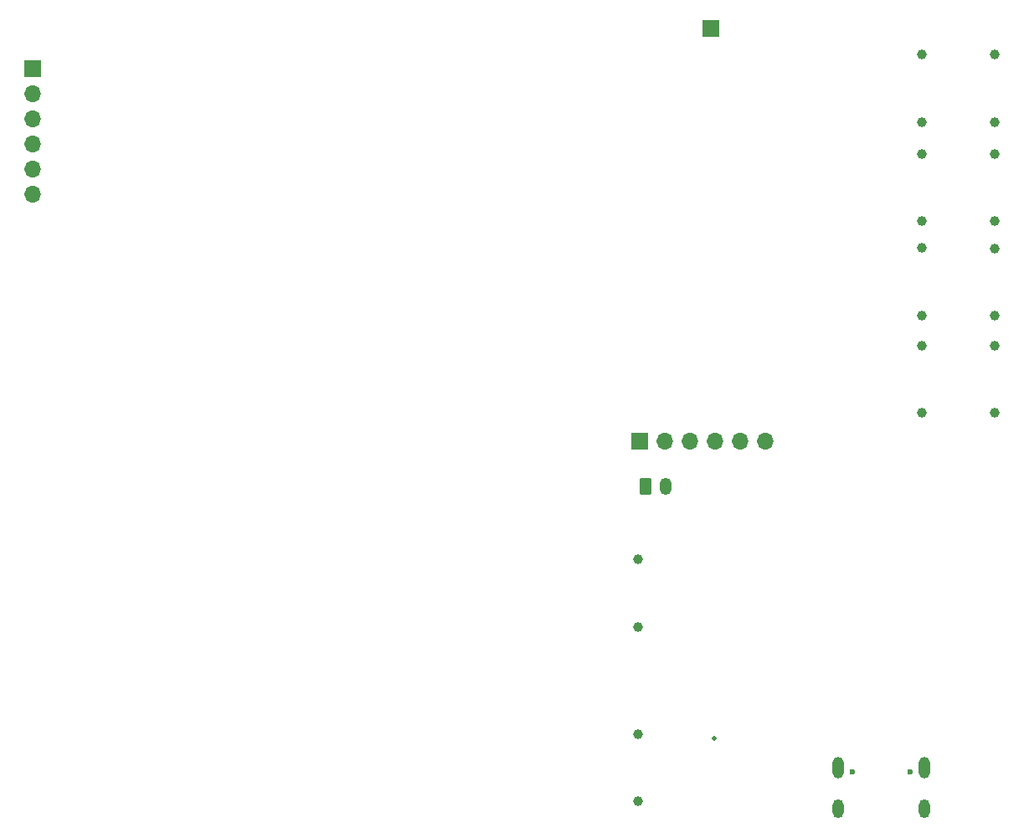
<source format=gbr>
%TF.GenerationSoftware,KiCad,Pcbnew,8.0.5*%
%TF.CreationDate,2025-03-07T14:34:27+01:00*%
%TF.ProjectId,eeg_4-channel_final,6565675f-342d-4636-9861-6e6e656c5f66,rev?*%
%TF.SameCoordinates,Original*%
%TF.FileFunction,Soldermask,Bot*%
%TF.FilePolarity,Negative*%
%FSLAX46Y46*%
G04 Gerber Fmt 4.6, Leading zero omitted, Abs format (unit mm)*
G04 Created by KiCad (PCBNEW 8.0.5) date 2025-03-07 14:34:27*
%MOMM*%
%LPD*%
G01*
G04 APERTURE LIST*
G04 Aperture macros list*
%AMRoundRect*
0 Rectangle with rounded corners*
0 $1 Rounding radius*
0 $2 $3 $4 $5 $6 $7 $8 $9 X,Y pos of 4 corners*
0 Add a 4 corners polygon primitive as box body*
4,1,4,$2,$3,$4,$5,$6,$7,$8,$9,$2,$3,0*
0 Add four circle primitives for the rounded corners*
1,1,$1+$1,$2,$3*
1,1,$1+$1,$4,$5*
1,1,$1+$1,$6,$7*
1,1,$1+$1,$8,$9*
0 Add four rect primitives between the rounded corners*
20,1,$1+$1,$2,$3,$4,$5,0*
20,1,$1+$1,$4,$5,$6,$7,0*
20,1,$1+$1,$6,$7,$8,$9,0*
20,1,$1+$1,$8,$9,$2,$3,0*%
G04 Aperture macros list end*
%ADD10C,1.000000*%
%ADD11R,1.700000X1.700000*%
%ADD12O,1.700000X1.700000*%
%ADD13C,0.499999*%
%ADD14C,0.600000*%
%ADD15O,1.104000X2.204000*%
%ADD16O,1.104000X1.904000*%
%ADD17RoundRect,0.250000X-0.350000X-0.625000X0.350000X-0.625000X0.350000X0.625000X-0.350000X0.625000X0*%
%ADD18O,1.200000X1.750000*%
G04 APERTURE END LIST*
D10*
%TO.C,S10*%
X118200000Y-37400000D03*
X118200000Y-30600000D03*
%TD*%
%TO.C,S3*%
X110800000Y-56791500D03*
X110800000Y-49991500D03*
%TD*%
D11*
%TO.C,J2*%
X20897500Y-22000000D03*
D12*
X20897500Y-24540000D03*
X20897500Y-27080000D03*
X20897500Y-29620000D03*
X20897500Y-32160000D03*
X20897500Y-34700000D03*
%TD*%
D13*
%TO.C,U4*%
X89834997Y-89700001D03*
%TD*%
D10*
%TO.C,S5*%
X82100000Y-89250000D03*
X82100000Y-96050000D03*
%TD*%
%TO.C,S11*%
X118200000Y-46950000D03*
X118200000Y-40150000D03*
%TD*%
D11*
%TO.C,J4*%
X82300000Y-59600000D03*
D12*
X84840000Y-59600000D03*
X87380000Y-59600000D03*
X89920000Y-59600000D03*
X92460000Y-59600000D03*
X95000000Y-59600000D03*
%TD*%
D14*
%TO.C,J1*%
X103797500Y-93120000D03*
X109577500Y-93120000D03*
D15*
X102362500Y-92630000D03*
X111012500Y-92630000D03*
D16*
X102362500Y-96800000D03*
X111012500Y-96800000D03*
%TD*%
D10*
%TO.C,S1*%
X110800000Y-27338500D03*
X110800000Y-20538500D03*
%TD*%
%TO.C,S12*%
X118200000Y-56791500D03*
X118200000Y-49991500D03*
%TD*%
%TO.C,S6*%
X82100000Y-71600000D03*
X82100000Y-78400000D03*
%TD*%
%TO.C,S9*%
X118200000Y-27338500D03*
X118200000Y-20538500D03*
%TD*%
%TO.C,S4*%
X110800000Y-46900000D03*
X110800000Y-40100000D03*
%TD*%
D17*
%TO.C,J3*%
X82850000Y-64250000D03*
D18*
X84850000Y-64250000D03*
%TD*%
D10*
%TO.C,S2*%
X110800000Y-37400000D03*
X110800000Y-30600000D03*
%TD*%
D11*
%TO.C,J5*%
X89500000Y-17900000D03*
%TD*%
M02*

</source>
